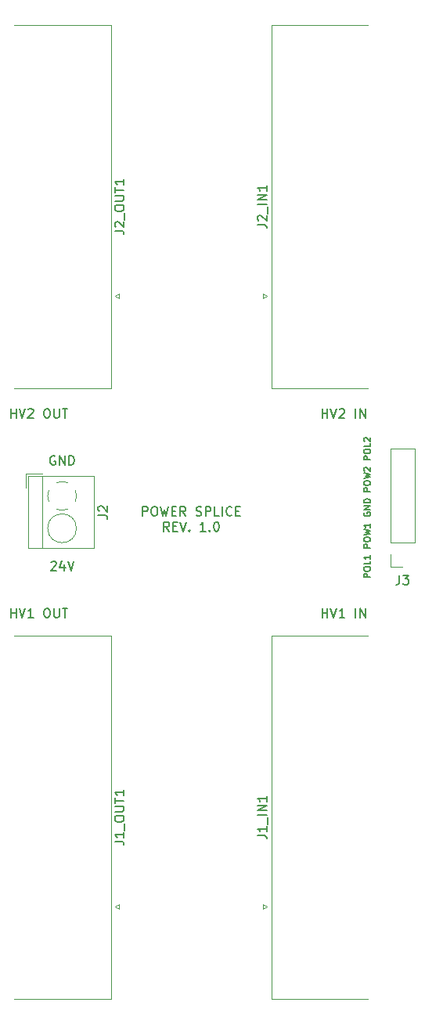
<source format=gto>
G04 #@! TF.GenerationSoftware,KiCad,Pcbnew,(6.0.0-rc1-dev-392-gd9d005190)*
G04 #@! TF.CreationDate,2018-08-31T18:51:34-04:00*
G04 #@! TF.ProjectId,db15_HV,646231355F48562E6B696361645F7063,rev?*
G04 #@! TF.SameCoordinates,Original*
G04 #@! TF.FileFunction,Legend,Top*
G04 #@! TF.FilePolarity,Positive*
%FSLAX46Y46*%
G04 Gerber Fmt 4.6, Leading zero omitted, Abs format (unit mm)*
G04 Created by KiCad (PCBNEW (6.0.0-rc1-dev-392-gd9d005190)) date 08/31/18 18:51:34*
%MOMM*%
%LPD*%
G01*
G04 APERTURE LIST*
%ADD10C,0.150000*%
%ADD11C,0.120000*%
G04 APERTURE END LIST*
D10*
X137476666Y-112943333D02*
X136776666Y-112943333D01*
X136776666Y-112676666D01*
X136810000Y-112610000D01*
X136843333Y-112576666D01*
X136910000Y-112543333D01*
X137010000Y-112543333D01*
X137076666Y-112576666D01*
X137110000Y-112610000D01*
X137143333Y-112676666D01*
X137143333Y-112943333D01*
X136776666Y-112110000D02*
X136776666Y-111976666D01*
X136810000Y-111910000D01*
X136876666Y-111843333D01*
X137010000Y-111810000D01*
X137243333Y-111810000D01*
X137376666Y-111843333D01*
X137443333Y-111910000D01*
X137476666Y-111976666D01*
X137476666Y-112110000D01*
X137443333Y-112176666D01*
X137376666Y-112243333D01*
X137243333Y-112276666D01*
X137010000Y-112276666D01*
X136876666Y-112243333D01*
X136810000Y-112176666D01*
X136776666Y-112110000D01*
X137476666Y-111176666D02*
X137476666Y-111510000D01*
X136776666Y-111510000D01*
X137476666Y-110576666D02*
X137476666Y-110976666D01*
X137476666Y-110776666D02*
X136776666Y-110776666D01*
X136876666Y-110843333D01*
X136943333Y-110910000D01*
X136976666Y-110976666D01*
X137476666Y-109743333D02*
X136776666Y-109743333D01*
X136776666Y-109476666D01*
X136810000Y-109410000D01*
X136843333Y-109376666D01*
X136910000Y-109343333D01*
X137010000Y-109343333D01*
X137076666Y-109376666D01*
X137110000Y-109410000D01*
X137143333Y-109476666D01*
X137143333Y-109743333D01*
X136776666Y-108910000D02*
X136776666Y-108776666D01*
X136810000Y-108710000D01*
X136876666Y-108643333D01*
X137010000Y-108610000D01*
X137243333Y-108610000D01*
X137376666Y-108643333D01*
X137443333Y-108710000D01*
X137476666Y-108776666D01*
X137476666Y-108910000D01*
X137443333Y-108976666D01*
X137376666Y-109043333D01*
X137243333Y-109076666D01*
X137010000Y-109076666D01*
X136876666Y-109043333D01*
X136810000Y-108976666D01*
X136776666Y-108910000D01*
X136776666Y-108376666D02*
X137476666Y-108210000D01*
X136976666Y-108076666D01*
X137476666Y-107943333D01*
X136776666Y-107776666D01*
X137476666Y-107143333D02*
X137476666Y-107543333D01*
X137476666Y-107343333D02*
X136776666Y-107343333D01*
X136876666Y-107410000D01*
X136943333Y-107476666D01*
X136976666Y-107543333D01*
X136810000Y-105943333D02*
X136776666Y-106010000D01*
X136776666Y-106110000D01*
X136810000Y-106210000D01*
X136876666Y-106276666D01*
X136943333Y-106310000D01*
X137076666Y-106343333D01*
X137176666Y-106343333D01*
X137310000Y-106310000D01*
X137376666Y-106276666D01*
X137443333Y-106210000D01*
X137476666Y-106110000D01*
X137476666Y-106043333D01*
X137443333Y-105943333D01*
X137410000Y-105910000D01*
X137176666Y-105910000D01*
X137176666Y-106043333D01*
X137476666Y-105610000D02*
X136776666Y-105610000D01*
X137476666Y-105210000D01*
X136776666Y-105210000D01*
X137476666Y-104876666D02*
X136776666Y-104876666D01*
X136776666Y-104710000D01*
X136810000Y-104610000D01*
X136876666Y-104543333D01*
X136943333Y-104510000D01*
X137076666Y-104476666D01*
X137176666Y-104476666D01*
X137310000Y-104510000D01*
X137376666Y-104543333D01*
X137443333Y-104610000D01*
X137476666Y-104710000D01*
X137476666Y-104876666D01*
X137476666Y-103643333D02*
X136776666Y-103643333D01*
X136776666Y-103376666D01*
X136810000Y-103310000D01*
X136843333Y-103276666D01*
X136910000Y-103243333D01*
X137010000Y-103243333D01*
X137076666Y-103276666D01*
X137110000Y-103310000D01*
X137143333Y-103376666D01*
X137143333Y-103643333D01*
X136776666Y-102810000D02*
X136776666Y-102676666D01*
X136810000Y-102610000D01*
X136876666Y-102543333D01*
X137010000Y-102510000D01*
X137243333Y-102510000D01*
X137376666Y-102543333D01*
X137443333Y-102610000D01*
X137476666Y-102676666D01*
X137476666Y-102810000D01*
X137443333Y-102876666D01*
X137376666Y-102943333D01*
X137243333Y-102976666D01*
X137010000Y-102976666D01*
X136876666Y-102943333D01*
X136810000Y-102876666D01*
X136776666Y-102810000D01*
X136776666Y-102276666D02*
X137476666Y-102110000D01*
X136976666Y-101976666D01*
X137476666Y-101843333D01*
X136776666Y-101676666D01*
X136843333Y-101443333D02*
X136810000Y-101410000D01*
X136776666Y-101343333D01*
X136776666Y-101176666D01*
X136810000Y-101110000D01*
X136843333Y-101076666D01*
X136910000Y-101043333D01*
X136976666Y-101043333D01*
X137076666Y-101076666D01*
X137476666Y-101476666D01*
X137476666Y-101043333D01*
X137476666Y-100210000D02*
X136776666Y-100210000D01*
X136776666Y-99943333D01*
X136810000Y-99876666D01*
X136843333Y-99843333D01*
X136910000Y-99810000D01*
X137010000Y-99810000D01*
X137076666Y-99843333D01*
X137110000Y-99876666D01*
X137143333Y-99943333D01*
X137143333Y-100210000D01*
X136776666Y-99376666D02*
X136776666Y-99243333D01*
X136810000Y-99176666D01*
X136876666Y-99110000D01*
X137010000Y-99076666D01*
X137243333Y-99076666D01*
X137376666Y-99110000D01*
X137443333Y-99176666D01*
X137476666Y-99243333D01*
X137476666Y-99376666D01*
X137443333Y-99443333D01*
X137376666Y-99510000D01*
X137243333Y-99543333D01*
X137010000Y-99543333D01*
X136876666Y-99510000D01*
X136810000Y-99443333D01*
X136776666Y-99376666D01*
X137476666Y-98443333D02*
X137476666Y-98776666D01*
X136776666Y-98776666D01*
X136843333Y-98243333D02*
X136810000Y-98210000D01*
X136776666Y-98143333D01*
X136776666Y-97976666D01*
X136810000Y-97910000D01*
X136843333Y-97876666D01*
X136910000Y-97843333D01*
X136976666Y-97843333D01*
X137076666Y-97876666D01*
X137476666Y-98276666D01*
X137476666Y-97843333D01*
X102949523Y-111307619D02*
X102997142Y-111260000D01*
X103092380Y-111212380D01*
X103330476Y-111212380D01*
X103425714Y-111260000D01*
X103473333Y-111307619D01*
X103520952Y-111402857D01*
X103520952Y-111498095D01*
X103473333Y-111640952D01*
X102901904Y-112212380D01*
X103520952Y-112212380D01*
X104378095Y-111545714D02*
X104378095Y-112212380D01*
X104140000Y-111164761D02*
X103901904Y-111879047D01*
X104520952Y-111879047D01*
X104759047Y-111212380D02*
X105092380Y-112212380D01*
X105425714Y-111212380D01*
X103378095Y-99830000D02*
X103282857Y-99782380D01*
X103140000Y-99782380D01*
X102997142Y-99830000D01*
X102901904Y-99925238D01*
X102854285Y-100020476D01*
X102806666Y-100210952D01*
X102806666Y-100353809D01*
X102854285Y-100544285D01*
X102901904Y-100639523D01*
X102997142Y-100734761D01*
X103140000Y-100782380D01*
X103235238Y-100782380D01*
X103378095Y-100734761D01*
X103425714Y-100687142D01*
X103425714Y-100353809D01*
X103235238Y-100353809D01*
X103854285Y-100782380D02*
X103854285Y-99782380D01*
X104425714Y-100782380D01*
X104425714Y-99782380D01*
X104901904Y-100782380D02*
X104901904Y-99782380D01*
X105140000Y-99782380D01*
X105282857Y-99830000D01*
X105378095Y-99925238D01*
X105425714Y-100020476D01*
X105473333Y-100210952D01*
X105473333Y-100353809D01*
X105425714Y-100544285D01*
X105378095Y-100639523D01*
X105282857Y-100734761D01*
X105140000Y-100782380D01*
X104901904Y-100782380D01*
X112848095Y-106307380D02*
X112848095Y-105307380D01*
X113229047Y-105307380D01*
X113324285Y-105355000D01*
X113371904Y-105402619D01*
X113419523Y-105497857D01*
X113419523Y-105640714D01*
X113371904Y-105735952D01*
X113324285Y-105783571D01*
X113229047Y-105831190D01*
X112848095Y-105831190D01*
X114038571Y-105307380D02*
X114229047Y-105307380D01*
X114324285Y-105355000D01*
X114419523Y-105450238D01*
X114467142Y-105640714D01*
X114467142Y-105974047D01*
X114419523Y-106164523D01*
X114324285Y-106259761D01*
X114229047Y-106307380D01*
X114038571Y-106307380D01*
X113943333Y-106259761D01*
X113848095Y-106164523D01*
X113800476Y-105974047D01*
X113800476Y-105640714D01*
X113848095Y-105450238D01*
X113943333Y-105355000D01*
X114038571Y-105307380D01*
X114800476Y-105307380D02*
X115038571Y-106307380D01*
X115229047Y-105593095D01*
X115419523Y-106307380D01*
X115657619Y-105307380D01*
X116038571Y-105783571D02*
X116371904Y-105783571D01*
X116514761Y-106307380D02*
X116038571Y-106307380D01*
X116038571Y-105307380D01*
X116514761Y-105307380D01*
X117514761Y-106307380D02*
X117181428Y-105831190D01*
X116943333Y-106307380D02*
X116943333Y-105307380D01*
X117324285Y-105307380D01*
X117419523Y-105355000D01*
X117467142Y-105402619D01*
X117514761Y-105497857D01*
X117514761Y-105640714D01*
X117467142Y-105735952D01*
X117419523Y-105783571D01*
X117324285Y-105831190D01*
X116943333Y-105831190D01*
X118657619Y-106259761D02*
X118800476Y-106307380D01*
X119038571Y-106307380D01*
X119133809Y-106259761D01*
X119181428Y-106212142D01*
X119229047Y-106116904D01*
X119229047Y-106021666D01*
X119181428Y-105926428D01*
X119133809Y-105878809D01*
X119038571Y-105831190D01*
X118848095Y-105783571D01*
X118752857Y-105735952D01*
X118705238Y-105688333D01*
X118657619Y-105593095D01*
X118657619Y-105497857D01*
X118705238Y-105402619D01*
X118752857Y-105355000D01*
X118848095Y-105307380D01*
X119086190Y-105307380D01*
X119229047Y-105355000D01*
X119657619Y-106307380D02*
X119657619Y-105307380D01*
X120038571Y-105307380D01*
X120133809Y-105355000D01*
X120181428Y-105402619D01*
X120229047Y-105497857D01*
X120229047Y-105640714D01*
X120181428Y-105735952D01*
X120133809Y-105783571D01*
X120038571Y-105831190D01*
X119657619Y-105831190D01*
X121133809Y-106307380D02*
X120657619Y-106307380D01*
X120657619Y-105307380D01*
X121467142Y-106307380D02*
X121467142Y-105307380D01*
X122514761Y-106212142D02*
X122467142Y-106259761D01*
X122324285Y-106307380D01*
X122229047Y-106307380D01*
X122086190Y-106259761D01*
X121990952Y-106164523D01*
X121943333Y-106069285D01*
X121895714Y-105878809D01*
X121895714Y-105735952D01*
X121943333Y-105545476D01*
X121990952Y-105450238D01*
X122086190Y-105355000D01*
X122229047Y-105307380D01*
X122324285Y-105307380D01*
X122467142Y-105355000D01*
X122514761Y-105402619D01*
X122943333Y-105783571D02*
X123276666Y-105783571D01*
X123419523Y-106307380D02*
X122943333Y-106307380D01*
X122943333Y-105307380D01*
X123419523Y-105307380D01*
X115729047Y-107957380D02*
X115395714Y-107481190D01*
X115157619Y-107957380D02*
X115157619Y-106957380D01*
X115538571Y-106957380D01*
X115633809Y-107005000D01*
X115681428Y-107052619D01*
X115729047Y-107147857D01*
X115729047Y-107290714D01*
X115681428Y-107385952D01*
X115633809Y-107433571D01*
X115538571Y-107481190D01*
X115157619Y-107481190D01*
X116157619Y-107433571D02*
X116490952Y-107433571D01*
X116633809Y-107957380D02*
X116157619Y-107957380D01*
X116157619Y-106957380D01*
X116633809Y-106957380D01*
X116919523Y-106957380D02*
X117252857Y-107957380D01*
X117586190Y-106957380D01*
X117919523Y-107862142D02*
X117967142Y-107909761D01*
X117919523Y-107957380D01*
X117871904Y-107909761D01*
X117919523Y-107862142D01*
X117919523Y-107957380D01*
X119681428Y-107957380D02*
X119110000Y-107957380D01*
X119395714Y-107957380D02*
X119395714Y-106957380D01*
X119300476Y-107100238D01*
X119205238Y-107195476D01*
X119110000Y-107243095D01*
X120110000Y-107862142D02*
X120157619Y-107909761D01*
X120110000Y-107957380D01*
X120062380Y-107909761D01*
X120110000Y-107862142D01*
X120110000Y-107957380D01*
X120776666Y-106957380D02*
X120871904Y-106957380D01*
X120967142Y-107005000D01*
X121014761Y-107052619D01*
X121062380Y-107147857D01*
X121110000Y-107338333D01*
X121110000Y-107576428D01*
X121062380Y-107766904D01*
X121014761Y-107862142D01*
X120967142Y-107909761D01*
X120871904Y-107957380D01*
X120776666Y-107957380D01*
X120681428Y-107909761D01*
X120633809Y-107862142D01*
X120586190Y-107766904D01*
X120538571Y-107576428D01*
X120538571Y-107338333D01*
X120586190Y-107147857D01*
X120633809Y-107052619D01*
X120681428Y-107005000D01*
X120776666Y-106957380D01*
X98600000Y-95702380D02*
X98600000Y-94702380D01*
X98600000Y-95178571D02*
X99171428Y-95178571D01*
X99171428Y-95702380D02*
X99171428Y-94702380D01*
X99504761Y-94702380D02*
X99838095Y-95702380D01*
X100171428Y-94702380D01*
X100457142Y-94797619D02*
X100504761Y-94750000D01*
X100600000Y-94702380D01*
X100838095Y-94702380D01*
X100933333Y-94750000D01*
X100980952Y-94797619D01*
X101028571Y-94892857D01*
X101028571Y-94988095D01*
X100980952Y-95130952D01*
X100409523Y-95702380D01*
X101028571Y-95702380D01*
X102409523Y-94702380D02*
X102600000Y-94702380D01*
X102695238Y-94750000D01*
X102790476Y-94845238D01*
X102838095Y-95035714D01*
X102838095Y-95369047D01*
X102790476Y-95559523D01*
X102695238Y-95654761D01*
X102600000Y-95702380D01*
X102409523Y-95702380D01*
X102314285Y-95654761D01*
X102219047Y-95559523D01*
X102171428Y-95369047D01*
X102171428Y-95035714D01*
X102219047Y-94845238D01*
X102314285Y-94750000D01*
X102409523Y-94702380D01*
X103266666Y-94702380D02*
X103266666Y-95511904D01*
X103314285Y-95607142D01*
X103361904Y-95654761D01*
X103457142Y-95702380D01*
X103647619Y-95702380D01*
X103742857Y-95654761D01*
X103790476Y-95607142D01*
X103838095Y-95511904D01*
X103838095Y-94702380D01*
X104171428Y-94702380D02*
X104742857Y-94702380D01*
X104457142Y-95702380D02*
X104457142Y-94702380D01*
X132286666Y-95702380D02*
X132286666Y-94702380D01*
X132286666Y-95178571D02*
X132858095Y-95178571D01*
X132858095Y-95702380D02*
X132858095Y-94702380D01*
X133191428Y-94702380D02*
X133524761Y-95702380D01*
X133858095Y-94702380D01*
X134143809Y-94797619D02*
X134191428Y-94750000D01*
X134286666Y-94702380D01*
X134524761Y-94702380D01*
X134620000Y-94750000D01*
X134667619Y-94797619D01*
X134715238Y-94892857D01*
X134715238Y-94988095D01*
X134667619Y-95130952D01*
X134096190Y-95702380D01*
X134715238Y-95702380D01*
X135905714Y-95702380D02*
X135905714Y-94702380D01*
X136381904Y-95702380D02*
X136381904Y-94702380D01*
X136953333Y-95702380D01*
X136953333Y-94702380D01*
X132286666Y-117292380D02*
X132286666Y-116292380D01*
X132286666Y-116768571D02*
X132858095Y-116768571D01*
X132858095Y-117292380D02*
X132858095Y-116292380D01*
X133191428Y-116292380D02*
X133524761Y-117292380D01*
X133858095Y-116292380D01*
X134715238Y-117292380D02*
X134143809Y-117292380D01*
X134429523Y-117292380D02*
X134429523Y-116292380D01*
X134334285Y-116435238D01*
X134239047Y-116530476D01*
X134143809Y-116578095D01*
X135905714Y-117292380D02*
X135905714Y-116292380D01*
X136381904Y-117292380D02*
X136381904Y-116292380D01*
X136953333Y-117292380D01*
X136953333Y-116292380D01*
X98600000Y-117292380D02*
X98600000Y-116292380D01*
X98600000Y-116768571D02*
X99171428Y-116768571D01*
X99171428Y-117292380D02*
X99171428Y-116292380D01*
X99504761Y-116292380D02*
X99838095Y-117292380D01*
X100171428Y-116292380D01*
X101028571Y-117292380D02*
X100457142Y-117292380D01*
X100742857Y-117292380D02*
X100742857Y-116292380D01*
X100647619Y-116435238D01*
X100552380Y-116530476D01*
X100457142Y-116578095D01*
X102409523Y-116292380D02*
X102600000Y-116292380D01*
X102695238Y-116340000D01*
X102790476Y-116435238D01*
X102838095Y-116625714D01*
X102838095Y-116959047D01*
X102790476Y-117149523D01*
X102695238Y-117244761D01*
X102600000Y-117292380D01*
X102409523Y-117292380D01*
X102314285Y-117244761D01*
X102219047Y-117149523D01*
X102171428Y-116959047D01*
X102171428Y-116625714D01*
X102219047Y-116435238D01*
X102314285Y-116340000D01*
X102409523Y-116292380D01*
X103266666Y-116292380D02*
X103266666Y-117101904D01*
X103314285Y-117197142D01*
X103361904Y-117244761D01*
X103457142Y-117292380D01*
X103647619Y-117292380D01*
X103742857Y-117244761D01*
X103790476Y-117197142D01*
X103838095Y-117101904D01*
X103838095Y-116292380D01*
X104171428Y-116292380D02*
X104742857Y-116292380D01*
X104457142Y-117292380D02*
X104457142Y-116292380D01*
D11*
G04 #@! TO.C,J3*
X140970000Y-111820000D02*
X139640000Y-111820000D01*
X139640000Y-111820000D02*
X139640000Y-110490000D01*
X139640000Y-109220000D02*
X139640000Y-99000000D01*
X142300000Y-99000000D02*
X139640000Y-99000000D01*
X142300000Y-109220000D02*
X142300000Y-99000000D01*
X142300000Y-109220000D02*
X139640000Y-109220000D01*
G04 #@! TO.C,J2_IN1*
X126318675Y-82550000D02*
X125885662Y-82800000D01*
X125885662Y-82300000D02*
X126318675Y-82550000D01*
X125885662Y-82800000D02*
X125885662Y-82300000D01*
X126780000Y-53195000D02*
X137260000Y-53195000D01*
X126780000Y-92515000D02*
X126780000Y-53195000D01*
X137260000Y-92515000D02*
X126780000Y-92515000D01*
G04 #@! TO.C,J2_OUT1*
X109901325Y-82550000D02*
X110334338Y-82300000D01*
X110334338Y-82800000D02*
X109901325Y-82550000D01*
X110334338Y-82300000D02*
X110334338Y-82800000D01*
X109440000Y-92515000D02*
X98960000Y-92515000D01*
X109440000Y-53195000D02*
X109440000Y-92515000D01*
X98960000Y-53195000D02*
X109440000Y-53195000D01*
G04 #@! TO.C,J1_IN1*
X126318675Y-148590000D02*
X125885662Y-148840000D01*
X125885662Y-148340000D02*
X126318675Y-148590000D01*
X125885662Y-148840000D02*
X125885662Y-148340000D01*
X126780000Y-119235000D02*
X137260000Y-119235000D01*
X126780000Y-158555000D02*
X126780000Y-119235000D01*
X137260000Y-158555000D02*
X126780000Y-158555000D01*
G04 #@! TO.C,J1_OUT1*
X109901325Y-148590000D02*
X110334338Y-148340000D01*
X110334338Y-148840000D02*
X109901325Y-148590000D01*
X110334338Y-148340000D02*
X110334338Y-148840000D01*
X109440000Y-158555000D02*
X98960000Y-158555000D01*
X109440000Y-119235000D02*
X109440000Y-158555000D01*
X98960000Y-119235000D02*
X109440000Y-119235000D01*
G04 #@! TO.C,J2*
X100240000Y-101740000D02*
X100240000Y-103240000D01*
X101980000Y-101740000D02*
X100240000Y-101740000D01*
X107600000Y-109800000D02*
X100480000Y-109800000D01*
X107600000Y-101980000D02*
X100480000Y-101980000D01*
X100480000Y-101980000D02*
X100480000Y-109800000D01*
X107600000Y-101980000D02*
X107600000Y-109800000D01*
X102040000Y-101980000D02*
X102040000Y-109800000D01*
X105695000Y-107640000D02*
G75*
G03X105695000Y-107640000I-1555000J0D01*
G01*
X102584508Y-104167011D02*
G75*
G02X102708000Y-103532000I1555492J27011D01*
G01*
X103532258Y-102707891D02*
G75*
G02X104748000Y-102708000I607742J-1432109D01*
G01*
X105572109Y-103532258D02*
G75*
G02X105572000Y-104748000I-1432109J-607742D01*
G01*
X104747742Y-105572109D02*
G75*
G02X103532000Y-105572000I-607742J1432109D01*
G01*
X102708615Y-104747587D02*
G75*
G02X102585000Y-104140000I1431385J607587D01*
G01*
G04 #@! TO.C,J3*
D10*
X140636666Y-112712380D02*
X140636666Y-113426666D01*
X140589047Y-113569523D01*
X140493809Y-113664761D01*
X140350952Y-113712380D01*
X140255714Y-113712380D01*
X141017619Y-112712380D02*
X141636666Y-112712380D01*
X141303333Y-113093333D01*
X141446190Y-113093333D01*
X141541428Y-113140952D01*
X141589047Y-113188571D01*
X141636666Y-113283809D01*
X141636666Y-113521904D01*
X141589047Y-113617142D01*
X141541428Y-113664761D01*
X141446190Y-113712380D01*
X141160476Y-113712380D01*
X141065238Y-113664761D01*
X141017619Y-113617142D01*
G04 #@! TO.C,J2_IN1*
X125292380Y-74807380D02*
X126006666Y-74807380D01*
X126149523Y-74855000D01*
X126244761Y-74950238D01*
X126292380Y-75093095D01*
X126292380Y-75188333D01*
X125387619Y-74378809D02*
X125340000Y-74331190D01*
X125292380Y-74235952D01*
X125292380Y-73997857D01*
X125340000Y-73902619D01*
X125387619Y-73855000D01*
X125482857Y-73807380D01*
X125578095Y-73807380D01*
X125720952Y-73855000D01*
X126292380Y-74426428D01*
X126292380Y-73807380D01*
X126387619Y-73616904D02*
X126387619Y-72855000D01*
X126292380Y-72616904D02*
X125292380Y-72616904D01*
X126292380Y-72140714D02*
X125292380Y-72140714D01*
X126292380Y-71569285D01*
X125292380Y-71569285D01*
X126292380Y-70569285D02*
X126292380Y-71140714D01*
X126292380Y-70855000D02*
X125292380Y-70855000D01*
X125435238Y-70950238D01*
X125530476Y-71045476D01*
X125578095Y-71140714D01*
G04 #@! TO.C,J2_OUT1*
X109832380Y-75474047D02*
X110546666Y-75474047D01*
X110689523Y-75521666D01*
X110784761Y-75616904D01*
X110832380Y-75759761D01*
X110832380Y-75855000D01*
X109927619Y-75045476D02*
X109880000Y-74997857D01*
X109832380Y-74902619D01*
X109832380Y-74664523D01*
X109880000Y-74569285D01*
X109927619Y-74521666D01*
X110022857Y-74474047D01*
X110118095Y-74474047D01*
X110260952Y-74521666D01*
X110832380Y-75093095D01*
X110832380Y-74474047D01*
X110927619Y-74283571D02*
X110927619Y-73521666D01*
X109832380Y-73093095D02*
X109832380Y-72902619D01*
X109880000Y-72807380D01*
X109975238Y-72712142D01*
X110165714Y-72664523D01*
X110499047Y-72664523D01*
X110689523Y-72712142D01*
X110784761Y-72807380D01*
X110832380Y-72902619D01*
X110832380Y-73093095D01*
X110784761Y-73188333D01*
X110689523Y-73283571D01*
X110499047Y-73331190D01*
X110165714Y-73331190D01*
X109975238Y-73283571D01*
X109880000Y-73188333D01*
X109832380Y-73093095D01*
X109832380Y-72235952D02*
X110641904Y-72235952D01*
X110737142Y-72188333D01*
X110784761Y-72140714D01*
X110832380Y-72045476D01*
X110832380Y-71855000D01*
X110784761Y-71759761D01*
X110737142Y-71712142D01*
X110641904Y-71664523D01*
X109832380Y-71664523D01*
X109832380Y-71331190D02*
X109832380Y-70759761D01*
X110832380Y-71045476D02*
X109832380Y-71045476D01*
X110832380Y-69902619D02*
X110832380Y-70474047D01*
X110832380Y-70188333D02*
X109832380Y-70188333D01*
X109975238Y-70283571D01*
X110070476Y-70378809D01*
X110118095Y-70474047D01*
G04 #@! TO.C,J1_IN1*
X125292380Y-140847380D02*
X126006666Y-140847380D01*
X126149523Y-140895000D01*
X126244761Y-140990238D01*
X126292380Y-141133095D01*
X126292380Y-141228333D01*
X126292380Y-139847380D02*
X126292380Y-140418809D01*
X126292380Y-140133095D02*
X125292380Y-140133095D01*
X125435238Y-140228333D01*
X125530476Y-140323571D01*
X125578095Y-140418809D01*
X126387619Y-139656904D02*
X126387619Y-138895000D01*
X126292380Y-138656904D02*
X125292380Y-138656904D01*
X126292380Y-138180714D02*
X125292380Y-138180714D01*
X126292380Y-137609285D01*
X125292380Y-137609285D01*
X126292380Y-136609285D02*
X126292380Y-137180714D01*
X126292380Y-136895000D02*
X125292380Y-136895000D01*
X125435238Y-136990238D01*
X125530476Y-137085476D01*
X125578095Y-137180714D01*
G04 #@! TO.C,J1_OUT1*
X109832380Y-141514047D02*
X110546666Y-141514047D01*
X110689523Y-141561666D01*
X110784761Y-141656904D01*
X110832380Y-141799761D01*
X110832380Y-141895000D01*
X110832380Y-140514047D02*
X110832380Y-141085476D01*
X110832380Y-140799761D02*
X109832380Y-140799761D01*
X109975238Y-140895000D01*
X110070476Y-140990238D01*
X110118095Y-141085476D01*
X110927619Y-140323571D02*
X110927619Y-139561666D01*
X109832380Y-139133095D02*
X109832380Y-138942619D01*
X109880000Y-138847380D01*
X109975238Y-138752142D01*
X110165714Y-138704523D01*
X110499047Y-138704523D01*
X110689523Y-138752142D01*
X110784761Y-138847380D01*
X110832380Y-138942619D01*
X110832380Y-139133095D01*
X110784761Y-139228333D01*
X110689523Y-139323571D01*
X110499047Y-139371190D01*
X110165714Y-139371190D01*
X109975238Y-139323571D01*
X109880000Y-139228333D01*
X109832380Y-139133095D01*
X109832380Y-138275952D02*
X110641904Y-138275952D01*
X110737142Y-138228333D01*
X110784761Y-138180714D01*
X110832380Y-138085476D01*
X110832380Y-137895000D01*
X110784761Y-137799761D01*
X110737142Y-137752142D01*
X110641904Y-137704523D01*
X109832380Y-137704523D01*
X109832380Y-137371190D02*
X109832380Y-136799761D01*
X110832380Y-137085476D02*
X109832380Y-137085476D01*
X110832380Y-135942619D02*
X110832380Y-136514047D01*
X110832380Y-136228333D02*
X109832380Y-136228333D01*
X109975238Y-136323571D01*
X110070476Y-136418809D01*
X110118095Y-136514047D01*
G04 #@! TO.C,J2*
X108052380Y-106223333D02*
X108766666Y-106223333D01*
X108909523Y-106270952D01*
X109004761Y-106366190D01*
X109052380Y-106509047D01*
X109052380Y-106604285D01*
X108147619Y-105794761D02*
X108100000Y-105747142D01*
X108052380Y-105651904D01*
X108052380Y-105413809D01*
X108100000Y-105318571D01*
X108147619Y-105270952D01*
X108242857Y-105223333D01*
X108338095Y-105223333D01*
X108480952Y-105270952D01*
X109052380Y-105842380D01*
X109052380Y-105223333D01*
G04 #@! TD*
M02*

</source>
